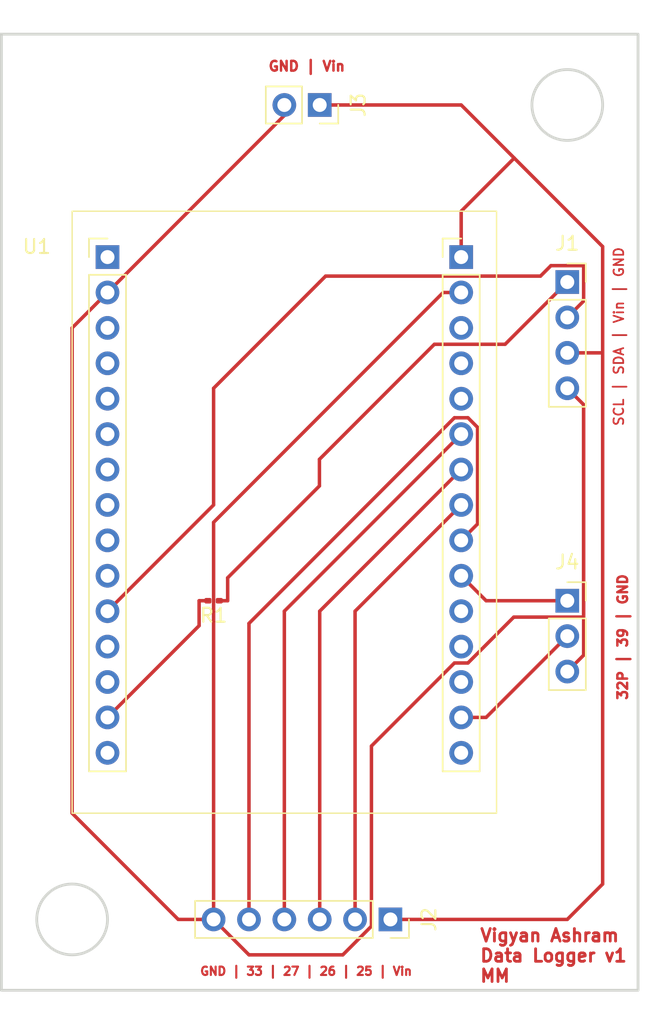
<source format=kicad_pcb>
(kicad_pcb (version 20221018) (generator pcbnew)
  (layers (0 "F.Cu" signal) (31 "B.Cu" signal) (34 "B.Paste" user) (35 "F.Paste" user) (36 "B.SilkS" user "B.Silkscreen") (37 "F.SilkS" user "F.Silkscreen") (38 "B.Mask" user) (39 "F.Mask" user) (44 "Edge.Cuts" user))
  (net 0 "")
  (net 2 "Net-(J1-Pin_4)")
  (net 11 "Net-(J1-Pin_2)")
  (net 14 "Net-(U1-D22)")
  (net 16 "Net-(J1-Pin_3)")
  (net 20 "Net-(J2-Pin_4)")
  (net 21 "Net-(J2-Pin_3)")
  (net 22 "Net-(J2-Pin_2)")
  (net 23 "Net-(J2-Pin_5)")
  (net 24 "Net-(J4-Pin_1)")
  (net 28 "Net-(J4-Pin_2)")
  (net 30 "Net-(J1-Pin_1)")
  (footprint "Resistor_SMD:R_0201_0603Metric_Pad0.64x0.40mm_HandSolder" (layer "F.Cu") (at 129.54 86.36 180)
    (fp_text reference "R1" (at 0 -1.05 180) (layer "F.SilkS"))
    (fp_text value "R")
    (pad "1" smd roundrect (at -0.4075 0 180) (size 0.5 0.4) (layers "F.Cu" "F.Mask") (net 30 "Net-(J1-Pin_1)"))
    (pad "2" smd roundrect (at 0.4075 0 180) (size 0.5 0.4) (layers "F.Cu" "F.Mask") (net 14 "Net-(U1-D22)"))
  )
  (footprint "Library-MM:DOIT-ESP32-MM" (layer "F.Cu") (at 121.92 60.96)
    (fp_text reference "U1" (at -5.08 0) (layer "F.SilkS"))
    (fp_text value "ESP32-DEVKIT-V1" hide)
    (fp_line (start -1.33 -0.58) (end 0 -0.58) (stroke (width 0.12)) (layer "F.SilkS"))
    (fp_line (start -1.33 0.75) (end -1.33 -0.58) (stroke (width 0.12)) (layer "F.SilkS"))
    (fp_line (start -1.33 2.02) (end -1.33 37.64) (stroke (width 0.12)) (layer "F.SilkS"))
    (fp_line (start -1.33 2.02) (end 1.33 2.02) (stroke (width 0.12)) (layer "F.SilkS"))
    (fp_line (start -1.33 37.64) (end 1.33 37.64) (stroke (width 0.12)) (layer "F.SilkS"))
    (fp_line (start 1.33 2.02) (end 1.33 37.64) (stroke (width 0.12)) (layer "F.SilkS"))
    (fp_line (start 24.07 -0.58) (end 25.4 -0.58) (stroke (width 0.12)) (layer "F.SilkS"))
    (fp_line (start 24.07 0.75) (end 24.07 -0.58) (stroke (width 0.12)) (layer "F.SilkS"))
    (fp_line (start 24.07 2.02) (end 24.07 37.64) (stroke (width 0.12)) (layer "F.SilkS"))
    (fp_line (start 24.07 2.02) (end 26.73 2.02) (stroke (width 0.12)) (layer "F.SilkS"))
    (fp_line (start 24.07 37.64) (end 26.73 37.64) (stroke (width 0.12)) (layer "F.SilkS"))
    (fp_line (start 26.73 2.02) (end 26.73 37.64) (stroke (width 0.12)) (layer "F.SilkS"))
    (fp_rect (start -2.54 -2.54) (end 27.94 40.64) (stroke (width 0.1)) (fill none) (layer "F.SilkS"))
    (pad "1" thru_hole rect (at 0 0.75) (size 1.7 1.7) (drill 1) (layers "*.Cu" "*.Mask"))
    (pad "2" thru_hole oval (at 0 3.29) (size 1.7 1.7) (drill 1) (layers "*.Cu" "*.Mask") (net 2 "Net-(J1-Pin_4)"))
    (pad "3" thru_hole oval (at 0 5.83) (size 1.7 1.7) (drill 1) (layers "*.Cu" "*.Mask"))
    (pad "4" thru_hole oval (at 0 8.37) (size 1.7 1.7) (drill 1) (layers "*.Cu" "*.Mask"))
    (pad "5" thru_hole oval (at 0 10.91) (size 1.7 1.7) (drill 1) (layers "*.Cu" "*.Mask"))
    (pad "6" thru_hole oval (at 0 13.45) (size 1.7 1.7) (drill 1) (layers "*.Cu" "*.Mask"))
    (pad "7" thru_hole oval (at 0 15.99) (size 1.7 1.7) (drill 1) (layers "*.Cu" "*.Mask"))
    (pad "8" thru_hole oval (at 0 18.53) (size 1.7 1.7) (drill 1) (layers "*.Cu" "*.Mask"))
    (pad "9" thru_hole oval (at 0 21.07) (size 1.7 1.7) (drill 1) (layers "*.Cu" "*.Mask"))
    (pad "10" thru_hole oval (at 0 23.61) (size 1.7 1.7) (drill 1) (layers "*.Cu" "*.Mask"))
    (pad "11" thru_hole oval (at 0 26.15) (size 1.7 1.7) (drill 1) (layers "*.Cu" "*.Mask") (net 11 "Net-(J1-Pin_2)"))
    (pad "12" thru_hole oval (at 0 28.69) (size 1.7 1.7) (drill 1) (layers "*.Cu" "*.Mask"))
    (pad "13" thru_hole oval (at 0 31.23) (size 1.7 1.7) (drill 1) (layers "*.Cu" "*.Mask"))
    (pad "14" thru_hole oval (at 0 33.77) (size 1.7 1.7) (drill 1) (layers "*.Cu" "*.Mask") (net 14 "Net-(U1-D22)"))
    (pad "15" thru_hole oval (at 0 36.31) (size 1.7 1.7) (drill 1) (layers "*.Cu" "*.Mask"))
    (pad "16" thru_hole oval (at 25.4 36.31) (size 1.7 1.7) (drill 1) (layers "*.Cu" "*.Mask"))
    (pad "17" thru_hole oval (at 25.4 33.77) (size 1.7 1.7) (drill 1) (layers "*.Cu" "*.Mask") (net 28 "Net-(J4-Pin_2)"))
    (pad "18" thru_hole oval (at 25.4 31.23) (size 1.7 1.7) (drill 1) (layers "*.Cu" "*.Mask"))
    (pad "19" thru_hole oval (at 25.4 28.69) (size 1.7 1.7) (drill 1) (layers "*.Cu" "*.Mask"))
    (pad "20" thru_hole oval (at 25.4 26.15) (size 1.7 1.7) (drill 1) (layers "*.Cu" "*.Mask"))
    (pad "21" thru_hole oval (at 25.4 23.61) (size 1.7 1.7) (drill 1) (layers "*.Cu" "*.Mask") (net 24 "Net-(J4-Pin_1)"))
    (pad "22" thru_hole oval (at 25.4 21.07) (size 1.7 1.7) (drill 1) (layers "*.Cu" "*.Mask") (net 23 "Net-(J2-Pin_5)"))
    (pad "23" thru_hole oval (at 25.4 18.53) (size 1.7 1.7) (drill 1) (layers "*.Cu" "*.Mask") (net 22 "Net-(J2-Pin_2)"))
    (pad "24" thru_hole oval (at 25.4 15.99) (size 1.7 1.7) (drill 1) (layers "*.Cu" "*.Mask") (net 21 "Net-(J2-Pin_3)"))
    (pad "25" thru_hole oval (at 25.4 13.45) (size 1.7 1.7) (drill 1) (layers "*.Cu" "*.Mask") (net 20 "Net-(J2-Pin_4)"))
    (pad "26" thru_hole oval (at 25.4 10.91) (size 1.7 1.7) (drill 1) (layers "*.Cu" "*.Mask"))
    (pad "27" thru_hole oval (at 25.4 8.37) (size 1.7 1.7) (drill 1) (layers "*.Cu" "*.Mask"))
    (pad "28" thru_hole oval (at 25.4 5.83) (size 1.7 1.7) (drill 1) (layers "*.Cu" "*.Mask"))
    (pad "29" thru_hole oval (at 25.4 3.29) (size 1.7 1.7) (drill 1) (layers "*.Cu" "*.Mask") (net 2 "Net-(J1-Pin_4)"))
    (pad "30" thru_hole rect (at 25.4 0.75) (size 1.7 1.7) (drill 1) (layers "*.Cu" "*.Mask") (net 16 "Net-(J1-Pin_3)"))
  )
  (footprint "Connector_PinSocket_2.54mm:PinSocket_1x03_P2.54mm_Vertical" (layer "F.Cu") (at 154.94 86.36)
    (fp_text reference "J4" (at 0 -2.77) (layer "F.SilkS"))
    (fp_text value "Conn_01x03_Socket")
    (fp_line (start -1.33 1.27) (end -1.33 6.41) (stroke (width 0.12)) (layer "F.SilkS"))
    (fp_line (start -1.33 1.27) (end 1.33 1.27) (stroke (width 0.12)) (layer "F.SilkS"))
    (fp_line (start -1.33 6.41) (end 1.33 6.41) (stroke (width 0.12)) (layer "F.SilkS"))
    (fp_line (start 0 -1.33) (end 1.33 -1.33) (stroke (width 0.12)) (layer "F.SilkS"))
    (fp_line (start 1.33 -1.33) (end 1.33 0) (stroke (width 0.12)) (layer "F.SilkS"))
    (fp_line (start 1.33 1.27) (end 1.33 6.41) (stroke (width 0.12)) (layer "F.SilkS"))
    (pad "1" thru_hole rect (at 0 0) (size 1.7 1.7) (drill 1) (layers "*.Cu" "*.Mask") (net 24 "Net-(J4-Pin_1)"))
    (pad "2" thru_hole oval (at 0 2.54) (size 1.7 1.7) (drill 1) (layers "*.Cu" "*.Mask") (net 28 "Net-(J4-Pin_2)"))
    (pad "3" thru_hole oval (at 0 5.08) (size 1.7 1.7) (drill 1) (layers "*.Cu" "*.Mask") (net 2 "Net-(J1-Pin_4)"))
  )
  (footprint "Connector_PinSocket_2.54mm:PinSocket_1x06_P2.54mm_Vertical" (layer "F.Cu") (at 142.24 109.22 -90)
    (fp_text reference "J2" (at 0 -2.77 90) (layer "F.SilkS"))
    (fp_text value "Conn_01x06_Socket")
    (fp_line (start -1.33 1.27) (end -1.33 14.03) (stroke (width 0.12)) (layer "F.SilkS"))
    (fp_line (start -1.33 1.27) (end 1.33 1.27) (stroke (width 0.12)) (layer "F.SilkS"))
    (fp_line (start -1.33 14.03) (end 1.33 14.03) (stroke (width 0.12)) (layer "F.SilkS"))
    (fp_line (start 0 -1.33) (end 1.33 -1.33) (stroke (width 0.12)) (layer "F.SilkS"))
    (fp_line (start 1.33 -1.33) (end 1.33 0) (stroke (width 0.12)) (layer "F.SilkS"))
    (fp_line (start 1.33 1.27) (end 1.33 14.03) (stroke (width 0.12)) (layer "F.SilkS"))
    (pad "1" thru_hole rect (at 0 0 270) (size 1.7 1.7) (drill 1) (layers "*.Cu" "*.Mask") (net 16 "Net-(J1-Pin_3)"))
    (pad "2" thru_hole oval (at 0 2.54 270) (size 1.7 1.7) (drill 1) (layers "*.Cu" "*.Mask") (net 22 "Net-(J2-Pin_2)"))
    (pad "3" thru_hole oval (at 0 5.08 270) (size 1.7 1.7) (drill 1) (layers "*.Cu" "*.Mask") (net 21 "Net-(J2-Pin_3)"))
    (pad "4" thru_hole oval (at 0 7.62 270) (size 1.7 1.7) (drill 1) (layers "*.Cu" "*.Mask") (net 20 "Net-(J2-Pin_4)"))
    (pad "5" thru_hole oval (at 0 10.16 270) (size 1.7 1.7) (drill 1) (layers "*.Cu" "*.Mask") (net 23 "Net-(J2-Pin_5)"))
    (pad "6" thru_hole oval (at 0 12.7 270) (size 1.7 1.7) (drill 1) (layers "*.Cu" "*.Mask") (net 2 "Net-(J1-Pin_4)"))
  )
  (footprint "Connector_PinSocket_2.54mm:PinSocket_1x02_P2.54mm_Vertical" (layer "F.Cu") (at 137.16 50.8 -90)
    (fp_text reference "J3" (at 0 -2.77 90) (layer "F.SilkS"))
    (fp_text value "Conn_01x02_Socket")
    (fp_line (start -1.33 1.27) (end -1.33 3.87) (stroke (width 0.12)) (layer "F.SilkS"))
    (fp_line (start -1.33 1.27) (end 1.33 1.27) (stroke (width 0.12)) (layer "F.SilkS"))
    (fp_line (start -1.33 3.87) (end 1.33 3.87) (stroke (width 0.12)) (layer "F.SilkS"))
    (fp_line (start 0 -1.33) (end 1.33 -1.33) (stroke (width 0.12)) (layer "F.SilkS"))
    (fp_line (start 1.33 -1.33) (end 1.33 0) (stroke (width 0.12)) (layer "F.SilkS"))
    (fp_line (start 1.33 1.27) (end 1.33 3.87) (stroke (width 0.12)) (layer "F.SilkS"))
    (pad "1" thru_hole rect (at 0 0 270) (size 1.7 1.7) (drill 1) (layers "*.Cu" "*.Mask") (net 16 "Net-(J1-Pin_3)"))
    (pad "2" thru_hole oval (at 0 2.54 270) (size 1.7 1.7) (drill 1) (layers "*.Cu" "*.Mask") (net 2 "Net-(J1-Pin_4)"))
  )
  (footprint "Connector_PinSocket_2.54mm:PinSocket_1x04_P2.54mm_Vertical" (layer "F.Cu") (at 154.94 63.5)
    (fp_text reference "J1" (at 0 -2.77) (layer "F.SilkS"))
    (fp_text value "Conn_01x04_Socket")
    (fp_line (start -1.33 1.27) (end -1.33 8.95) (stroke (width 0.12)) (layer "F.SilkS"))
    (fp_line (start -1.33 1.27) (end 1.33 1.27) (stroke (width 0.12)) (layer "F.SilkS"))
    (fp_line (start -1.33 8.95) (end 1.33 8.95) (stroke (width 0.12)) (layer "F.SilkS"))
    (fp_line (start 0 -1.33) (end 1.33 -1.33) (stroke (width 0.12)) (layer "F.SilkS"))
    (fp_line (start 1.33 -1.33) (end 1.33 0) (stroke (width 0.12)) (layer "F.SilkS"))
    (fp_line (start 1.33 1.27) (end 1.33 8.95) (stroke (width 0.12)) (layer "F.SilkS"))
    (pad "1" thru_hole rect (at 0 0) (size 1.7 1.7) (drill 1) (layers "*.Cu" "*.Mask") (net 30 "Net-(J1-Pin_1)"))
    (pad "2" thru_hole oval (at 0 2.54) (size 1.7 1.7) (drill 1) (layers "*.Cu" "*.Mask") (net 11 "Net-(J1-Pin_2)"))
    (pad "3" thru_hole oval (at 0 5.08) (size 1.7 1.7) (drill 1) (layers "*.Cu" "*.Mask") (net 16 "Net-(J1-Pin_3)"))
    (pad "4" thru_hole oval (at 0 7.62) (size 1.7 1.7) (drill 1) (layers "*.Cu" "*.Mask") (net 2 "Net-(J1-Pin_4)"))
  )
  (gr_circle (center 119.38 109.22) (end 121.92 109.22) (stroke (width 0.2)) (fill none) (layer "Edge.Cuts"))
  (gr_circle (center 154.94 50.8) (end 157.48 50.8) (stroke (width 0.2)) (fill none) (layer "Edge.Cuts"))
  (gr_rect (start 114.3 45.72) (end 160.02 114.3) (stroke (width 0.2)) (fill none) (layer "Edge.Cuts"))
  (gr_text "GND | Vin" (at 133.4 48.43) (layer "F.Cu") (effects (font (size 0.7 0.7) (thickness 0.175) bold) (justify left bottom)))
  (gr_text "SCL | SDA | Vin | GND" (at 159.05 73.89 90) (layer "F.Cu") (effects (font (size 0.7 0.7) (thickness 0.125) bold) (justify left bottom)))
  (gr_text "32P | 39 | GND" (at 159.33 93.56 90) (layer "F.Cu") (effects (font (size 0.7 0.7) (thickness 0.175) bold) (justify left bottom)))
  (gr_text "Vigyan Ashram\nData Logger v1\nMM" (at 148.59 113.792) (layer "F.Cu") (effects (font (size 0.9 0.9) (thickness 0.2) bold) (justify left bottom)))
  (gr_text "GND | 33 | 27 | 26 | 25 | Vin" (at 128.5 113.284) (layer "F.Cu") (effects (font (size 0.6 0.6) (thickness 0.15) bold) (justify left bottom)))
  (segment (start 156.115 87.535) (end 156.115 72.295) (width 0.25) (layer "F.Cu") (net 2))
  (segment (start 140.875 109.706701) (end 140.875 96.783299) (width 0.25) (layer "F.Cu") (net 2))
  (segment (start 147.806701 90.825) (end 151.096701 87.535) (width 0.25) (layer "F.Cu") (net 2))
  (segment (start 129.54 109.22) (end 129.54 80.736827) (width 0.25) (layer "F.Cu") (net 2))
  (segment (start 156.115 90.265) (end 156.115 72.295) (width 0.25) (layer "F.Cu") (net 2))
  (segment (start 138.821701 111.76) (end 140.875 109.706701) (width 0.25) (layer "F.Cu") (net 2))
  (segment (start 154.94 71.12) (end 156.115 72.295) (width 0.25) (layer "F.Cu") (net 2))
  (segment (start 129.54 80.736827) (end 146.026827 64.25) (width 0.25) (layer "F.Cu") (net 2))
  (segment (start 146.026827 64.25) (end 147.32 64.25) (width 0.25) (layer "F.Cu") (net 2))
  (segment (start 140.875 96.783299) (end 146.833299 90.825) (width 0.25) (layer "F.Cu") (net 2))
  (segment (start 119.38 66.79) (end 121.92 64.25) (width 0.25) (layer "F.Cu") (net 2))
  (segment (start 129.54 109.22) (end 132.08 111.76) (width 0.25) (layer "F.Cu") (net 2))
  (segment (start 119.38 101.6) (end 119.38 66.79) (width 0.25) (layer "F.Cu") (net 2))
  (segment (start 127 109.22) (end 119.38 101.6) (width 0.25) (layer "F.Cu") (net 2))
  (segment (start 134.62 50.8) (end 134.62 51.55) (width 0.25) (layer "F.Cu") (net 2))
  (segment (start 132.08 111.76) (end 138.821701 111.76) (width 0.25) (layer "F.Cu") (net 2))
  (segment (start 151.096701 87.535) (end 156.115 87.535) (width 0.25) (layer "F.Cu") (net 2))
  (segment (start 129.54 109.22) (end 127 109.22) (width 0.25) (layer "F.Cu") (net 2))
  (segment (start 146.833299 90.825) (end 147.806701 90.825) (width 0.25) (layer "F.Cu") (net 2))
  (segment (start 134.62 51.55) (end 121.92 64.25) (width 0.25) (layer "F.Cu") (net 2))
  (segment (start 154.94 91.44) (end 156.115 90.265) (width 0.25) (layer "F.Cu") (net 2))
  (segment (start 156.115 62.325) (end 153.765 62.325) (width 0.25) (layer "F.Cu") (net 11))
  (segment (start 137.16 63.5) (end 129.54 71.12) (width 0.25) (layer "F.Cu") (net 11))
  (segment (start 156.115 64.865) (end 156.115 62.325) (width 0.25) (layer "F.Cu") (net 11))
  (segment (start 129.54 79.49) (end 121.92 87.11) (width 0.25) (layer "F.Cu") (net 11))
  (segment (start 137.585 63.075) (end 137.16 63.5) (width 0.25) (layer "F.Cu") (net 11))
  (segment (start 129.54 71.12) (end 129.54 79.49) (width 0.25) (layer "F.Cu") (net 11))
  (segment (start 153.765 62.325) (end 153.015 63.075) (width 0.25) (layer "F.Cu") (net 11))
  (segment (start 153.015 63.075) (end 137.585 63.075) (width 0.25) (layer "F.Cu") (net 11))
  (segment (start 154.94 66.04) (end 156.115 64.865) (width 0.25) (layer "F.Cu") (net 11))
  (segment (start 121.92 94.73) (end 128.5 88.15) (width 0.25) (layer "F.Cu") (net 14))
  (segment (start 128.5 88.15) (end 128.5 86.36) (width 0.25) (layer "F.Cu") (net 14))
  (segment (start 128.5 86.36) (end 129.09 86.36) (width 0.25) (layer "F.Cu") (net 14))
  (segment (start 151.13 54.61) (end 157.48 60.96) (width 0.25) (layer "F.Cu") (net 16))
  (segment (start 142.24 109.22) (end 154.94 109.22) (width 0.25) (layer "F.Cu") (net 16))
  (segment (start 157.48 60.96) (end 157.48 68.58) (width 0.25) (layer "F.Cu") (net 16))
  (segment (start 157.48 106.68) (end 157.48 68.58) (width 0.25) (layer "F.Cu") (net 16))
  (segment (start 147.32 50.8) (end 151.13 54.61) (width 0.25) (layer "F.Cu") (net 16))
  (segment (start 137.16 50.8) (end 147.32 50.8) (width 0.25) (layer "F.Cu") (net 16))
  (segment (start 154.94 109.22) (end 157.48 106.68) (width 0.25) (layer "F.Cu") (net 16))
  (segment (start 154.94 68.58) (end 157.48 68.58) (width 0.25) (layer "F.Cu") (net 16))
  (segment (start 147.32 61.71) (end 147.32 58.42) (width 0.25) (layer "F.Cu") (net 16))
  (segment (start 147.32 58.42) (end 151.13 54.61) (width 0.25) (layer "F.Cu") (net 16))
  (segment (start 134.62 87.11) (end 147.32 74.41) (width 0.25) (layer "F.Cu") (net 20))
  (segment (start 134.62 109.22) (end 134.62 87.11) (width 0.25) (layer "F.Cu") (net 20))
  (segment (start 137.16 109.22) (end 137.16 87.11) (width 0.25) (layer "F.Cu") (net 21))
  (segment (start 137.16 87.11) (end 147.32 76.95) (width 0.25) (layer "F.Cu") (net 21))
  (segment (start 139.7 109.22) (end 139.7 87.11) (width 0.25) (layer "F.Cu") (net 22))
  (segment (start 139.7 87.11) (end 147.32 79.49) (width 0.25) (layer "F.Cu") (net 22))
  (segment (start 132.08 109.22) (end 132.08 87.988299) (width 0.25) (layer "F.Cu") (net 23))
  (segment (start 132.08 87.988299) (end 146.833299 73.235) (width 0.25) (layer "F.Cu") (net 23))
  (segment (start 147.806701 73.235) (end 148.495 73.923299) (width 0.25) (layer "F.Cu") (net 23))
  (segment (start 148.495 73.923299) (end 148.495 80.855) (width 0.25) (layer "F.Cu") (net 23))
  (segment (start 146.833299 73.235) (end 147.806701 73.235) (width 0.25) (layer "F.Cu") (net 23))
  (segment (start 148.495 80.855) (end 147.32 82.03) (width 0.25) (layer "F.Cu") (net 23))
  (segment (start 149.11 86.36) (end 147.32 84.57) (width 0.25) (layer "F.Cu") (net 24))
  (segment (start 154.94 86.36) (end 149.11 86.36) (width 0.25) (layer "F.Cu") (net 24))
  (segment (start 149.11 94.73) (end 147.32 94.73) (width 0.25) (layer "F.Cu") (net 28))
  (segment (start 154.94 88.9) (end 149.11 94.73) (width 0.25) (layer "F.Cu") (net 28))
  (segment (start 137.14 76.22) (end 137.14 78.125) (width 0.25) (layer "F.Cu") (net 30))
  (segment (start 130.55 86.36) (end 129.99 86.36) (width 0.25) (layer "F.Cu") (net 30))
  (segment (start 145.395 67.965) (end 137.14 76.22) (width 0.25) (layer "F.Cu") (net 30))
  (segment (start 154.94 63.5) (end 150.475 67.965) (width 0.25) (layer "F.Cu") (net 30))
  (segment (start 150.475 67.965) (end 145.395 67.965) (width 0.25) (layer "F.Cu") (net 30))
  (segment (start 130.55 84.715) (end 130.55 86.36) (width 0.25) (layer "F.Cu") (net 30))
  (segment (start 137.14 78.125) (end 130.55 84.715) (width 0.25) (layer "F.Cu") (net 30))
)
</source>
